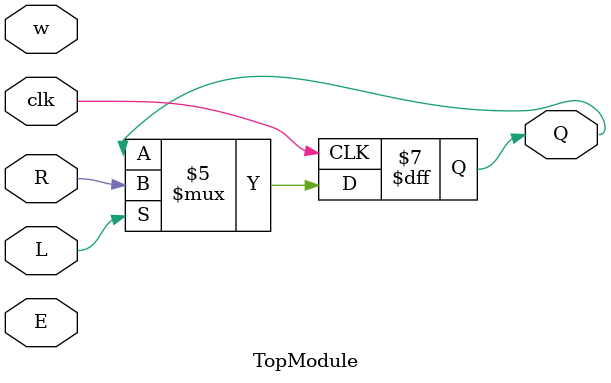
<source format=v>
module TopModule (
  input clk,
  input w,
  input R,
  input E,
  input L,
  output reg Q
);

  always @(posedge clk) begin
    if (L) begin
      Q <= R;
    end else if (E) begin
      Q <= Q;
    end else begin
      Q <= Q;
    end
  end

endmodule
</source>
